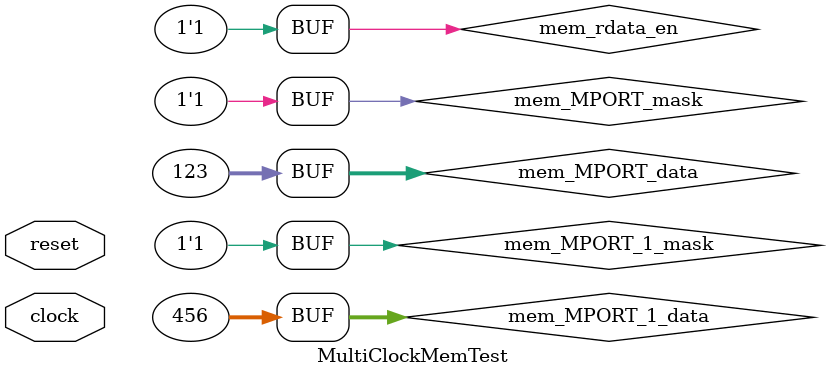
<source format=v>
module MultiClockMemTest(
  input   clock,
  input   reset
);
`ifdef RANDOMIZE_MEM_INIT
  reg [31:0] _RAND_0;
`endif // RANDOMIZE_MEM_INIT
`ifdef RANDOMIZE_REG_INIT
  reg [31:0] _RAND_1;
  reg [31:0] _RAND_2;
  reg [31:0] _RAND_3;
`endif // RANDOMIZE_REG_INIT
  reg [31:0] mem [0:7]; // @[MultiClockSpec.scala 78:16]
  wire  mem_rdata_en; // @[MultiClockSpec.scala 78:16]
  wire [2:0] mem_rdata_addr; // @[MultiClockSpec.scala 78:16]
  wire [31:0] mem_rdata_data; // @[MultiClockSpec.scala 78:16]
  wire [31:0] mem_MPORT_data; // @[MultiClockSpec.scala 78:16]
  wire [2:0] mem_MPORT_addr; // @[MultiClockSpec.scala 78:16]
  wire  mem_MPORT_mask; // @[MultiClockSpec.scala 78:16]
  wire  mem_MPORT_en; // @[MultiClockSpec.scala 78:16]
  wire [31:0] mem_MPORT_1_data; // @[MultiClockSpec.scala 78:16]
  wire [2:0] mem_MPORT_1_addr; // @[MultiClockSpec.scala 78:16]
  wire  mem_MPORT_1_mask; // @[MultiClockSpec.scala 78:16]
  wire  mem_MPORT_1_en; // @[MultiClockSpec.scala 78:16]
  wire  mem_clock;
  reg  cDiv; // @[MultiClockSpec.scala 74:21]
  reg [4:0] cycle; // @[Counter.scala 62:40]
  wire  wrap_wrap = cycle == 5'h13; // @[Counter.scala 74:24]
  wire [4:0] _wrap_value_T_1 = cycle + 5'h1; // @[Counter.scala 78:24]
  reg [2:0] waddr; // @[MultiClockSpec.scala 83:22]
  wire [2:0] _waddr_T_1 = waddr + 3'h1; // @[MultiClockSpec.scala 84:18]
  wire [2:0] raddr = waddr - 3'h1; // @[MultiClockSpec.scala 89:21]
  wire  _T_3 = cycle > 5'h0 & cycle < 5'h9; // @[MultiClockSpec.scala 93:20]
  wire  _T_6 = ~reset; // @[MultiClockSpec.scala 94:11]
  wire  _T_7 = ~(mem_rdata_data == 32'h7b); // @[MultiClockSpec.scala 94:11]
  wire  _T_8 = cycle >= 5'h8; // @[MultiClockSpec.scala 99:16]
  wire  _T_9 = cycle < 5'h10; // @[MultiClockSpec.scala 99:32]
  wire  _T_13 = cycle > 5'h8 & cycle < 5'h11; // @[MultiClockSpec.scala 105:20]
  wire [2:0] _GEN_1 = raddr % 3'h2; // @[MultiClockSpec.scala 106:16]
  wire  _T_15 = _GEN_1[1:0] == 2'h0; // @[MultiClockSpec.scala 106:22]
  assign mem_rdata_en = 1'h1;
  assign mem_rdata_addr = waddr - 3'h1;
  assign mem_rdata_data = mem[mem_rdata_addr]; // @[MultiClockSpec.scala 78:16]
  assign mem_MPORT_data = 32'h7b;
  assign mem_MPORT_addr = waddr;
  assign mem_MPORT_mask = 1'h1;
  assign mem_MPORT_en = cycle < 5'h8;
  assign mem_MPORT_1_data = 32'h1c8;
  assign mem_MPORT_1_addr = waddr;
  assign mem_MPORT_1_mask = 1'h1;
  assign mem_MPORT_1_en = _T_8 & _T_9;
  assign mem_clock = cDiv;
  always @(posedge clock) begin
    if (mem_MPORT_en & mem_MPORT_mask) begin
      mem[mem_MPORT_addr] <= mem_MPORT_data; // @[MultiClockSpec.scala 78:16]
    end
    cDiv <= reset | ~cDiv; // @[MultiClockSpec.scala 74:{21,21} 75:8]
    if (reset) begin // @[Counter.scala 62:40]
      cycle <= 5'h0; // @[Counter.scala 62:40]
    end else if (wrap_wrap) begin // @[Counter.scala 88:20]
      cycle <= 5'h0; // @[Counter.scala 88:28]
    end else begin
      cycle <= _wrap_value_T_1; // @[Counter.scala 78:15]
    end
    if (reset) begin // @[MultiClockSpec.scala 83:22]
      waddr <= 3'h0; // @[MultiClockSpec.scala 83:22]
    end else begin
      waddr <= _waddr_T_1; // @[MultiClockSpec.scala 84:9]
    end
    `ifndef SYNTHESIS
    `ifdef STOP_COND
      if (`STOP_COND) begin
    `endif
        if (_T_3 & ~reset & ~(mem_rdata_data == 32'h7b)) begin
          $fatal; // @[MultiClockSpec.scala 94:11]
        end
    `ifdef STOP_COND
      end
    `endif
    `endif // SYNTHESIS
    `ifndef SYNTHESIS
    `ifdef PRINTF_COND
      if (`PRINTF_COND) begin
    `endif
        if (_T_3 & ~reset & ~(mem_rdata_data == 32'h7b)) begin
          $fwrite(32'h80000002,"Assertion failed\n    at MultiClockSpec.scala:94 assert(rdata === 123.U)\n"); // @[MultiClockSpec.scala 94:11]
        end
    `ifdef PRINTF_COND
      end
    `endif
    `endif // SYNTHESIS
    `ifndef SYNTHESIS
    `ifdef STOP_COND
      if (`STOP_COND) begin
    `endif
        if (_T_13 & _T_15 & _T_6 & ~(mem_rdata_data == 32'h1c8)) begin
          $fatal; // @[MultiClockSpec.scala 107:13]
        end
    `ifdef STOP_COND
      end
    `endif
    `endif // SYNTHESIS
    `ifndef SYNTHESIS
    `ifdef PRINTF_COND
      if (`PRINTF_COND) begin
    `endif
        if (_T_13 & _T_15 & _T_6 & ~(mem_rdata_data == 32'h1c8)) begin
          $fwrite(32'h80000002,"Assertion failed\n    at MultiClockSpec.scala:107 assert(rdata === 456.U)\n"); // @[MultiClockSpec.scala 107:13]
        end
    `ifdef PRINTF_COND
      end
    `endif
    `endif // SYNTHESIS
    `ifndef SYNTHESIS
    `ifdef STOP_COND
      if (`STOP_COND) begin
    `endif
        if (_T_13 & ~_T_15 & _T_6 & _T_7) begin
          $fatal; // @[MultiClockSpec.scala 109:13]
        end
    `ifdef STOP_COND
      end
    `endif
    `endif // SYNTHESIS
    `ifndef SYNTHESIS
    `ifdef PRINTF_COND
      if (`PRINTF_COND) begin
    `endif
        if (_T_13 & ~_T_15 & _T_6 & _T_7) begin
          $fwrite(32'h80000002,"Assertion failed\n    at MultiClockSpec.scala:109 assert(rdata === 123.U)\n"); // @[MultiClockSpec.scala 109:13]
        end
    `ifdef PRINTF_COND
      end
    `endif
    `endif // SYNTHESIS
    `ifndef SYNTHESIS
    `ifdef STOP_COND
      if (`STOP_COND) begin
    `endif
        if (wrap_wrap & _T_6) begin
          $finish; // @[MultiClockSpec.scala 113:20]
        end
    `ifdef STOP_COND
      end
    `endif
    `endif // SYNTHESIS
  end
  always @(posedge mem_clock) begin
    if (mem_MPORT_1_en & mem_MPORT_1_mask) begin
      mem[mem_MPORT_1_addr] <= mem_MPORT_1_data; // @[MultiClockSpec.scala 78:16]
    end
  end
// Register and memory initialization
`ifdef RANDOMIZE_GARBAGE_ASSIGN
`define RANDOMIZE
`endif
`ifdef RANDOMIZE_INVALID_ASSIGN
`define RANDOMIZE
`endif
`ifdef RANDOMIZE_REG_INIT
`define RANDOMIZE
`endif
`ifdef RANDOMIZE_MEM_INIT
`define RANDOMIZE
`endif
`ifndef RANDOM
`define RANDOM $random
`endif
`ifdef RANDOMIZE_MEM_INIT
  integer initvar;
`endif
`ifndef SYNTHESIS
`ifdef FIRRTL_BEFORE_INITIAL
`FIRRTL_BEFORE_INITIAL
`endif
initial begin
  `ifdef RANDOMIZE
    `ifdef INIT_RANDOM
      `INIT_RANDOM
    `endif
    `ifndef VERILATOR
      `ifdef RANDOMIZE_DELAY
        #`RANDOMIZE_DELAY begin end
      `else
        #0.002 begin end
      `endif
    `endif
`ifdef RANDOMIZE_MEM_INIT
  _RAND_0 = {1{`RANDOM}};
  for (initvar = 0; initvar < 8; initvar = initvar+1)
    mem[initvar] = _RAND_0[31:0];
`endif // RANDOMIZE_MEM_INIT
`ifdef RANDOMIZE_REG_INIT
  _RAND_1 = {1{`RANDOM}};
  cDiv = _RAND_1[0:0];
  _RAND_2 = {1{`RANDOM}};
  cycle = _RAND_2[4:0];
  _RAND_3 = {1{`RANDOM}};
  waddr = _RAND_3[2:0];
`endif // RANDOMIZE_REG_INIT
  `endif // RANDOMIZE
end // initial
`ifdef FIRRTL_AFTER_INITIAL
`FIRRTL_AFTER_INITIAL
`endif
`endif // SYNTHESIS
endmodule

</source>
